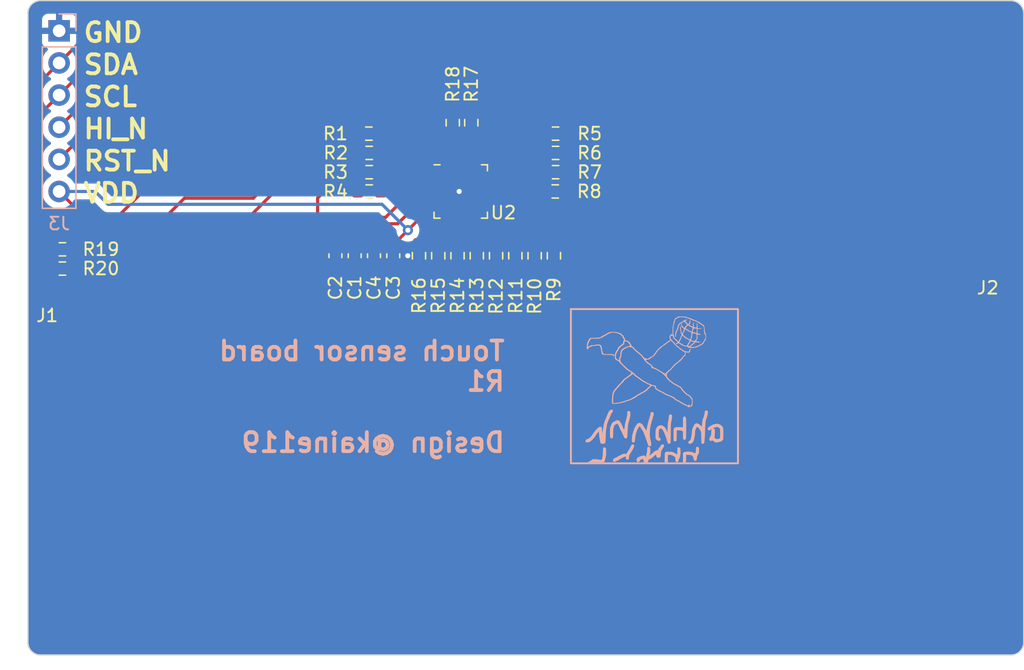
<source format=kicad_pcb>
(kicad_pcb (version 20221018) (generator pcbnew)
  (layers (0 "F.Cu" signal) (31 "B.Cu" signal) (34 "B.Paste" user) (35 "F.Paste" user) (36 "B.SilkS" user "B.Silkscreen") (37 "F.SilkS" user "F.Silkscreen") (38 "B.Mask" user) (39 "F.Mask" user) (44 "Edge.Cuts" user))
  (net 0 "")
  (net 1 "Net-(U2-VCC)")
  (net 2 "GND")
  (net 3 "Net-(U2-CMOD)")
  (net 4 "/SCL")
  (net 5 "/HI_N")
  (net 6 "/RST_N")
  (net 7 "Net-(U2-CS0)")
  (net 8 "Net-(U2-CS1)")
  (net 9 "Net-(U2-CS2)")
  (net 10 "Net-(U2-CS3)")
  (net 11 "Net-(U2-CS4)")
  (net 12 "Net-(U2-CS5)")
  (net 13 "Net-(U2-CS6)")
  (net 14 "Net-(U2-CS7)")
  (net 15 "Net-(U2-CS8)")
  (net 16 "Net-(U2-CS9)")
  (net 17 "Net-(U2-CS10)")
  (net 18 "Net-(U2-CS11)")
  (net 19 "Net-(U2-CS12)")
  (net 20 "Net-(U2-CS13)")
  (net 21 "Net-(U2-CS14)")
  (net 22 "Net-(U2-CS15)")
  (net 23 "/CS12")
  (net 24 "/CS13")
  (net 25 "/CS14")
  (net 26 "/CS15")
  (net 27 "/CS3")
  (net 28 "/CS2")
  (net 29 "/CS1")
  (net 30 "/CS0")
  (net 31 "/CS4")
  (net 32 "/CS5")
  (net 33 "/CS6")
  (net 34 "/CS7")
  (net 35 "/CS8")
  (net 36 "/CS9")
  (net 37 "/CS10")
  (net 38 "/CS11")
  (net 39 "Net-(U2-SDA)")
  (net 40 "Net-(U2-SCL)")
  (net 41 "VDD")
  (net 42 "/SDA")
  (footprint "Resistor_SMD:R_0603_1608Metric_Pad0.98x0.95mm_HandSolder" (layer "F.Cu") (at 145.034 93.193 90)
    (fp_text reference "R9" (at -2.6905 0 90) (layer "F.SilkS"))
    (fp_text value "560")
    (pad "1" smd roundrect (at -0.9125 0 90) (size 0.975 0.95) (layers "F.Cu" "F.Paste" "F.Mask") (net 35 "/CS8"))
    (pad "2" smd roundrect (at 0.9125 0 90) (size 0.975 0.95) (layers "F.Cu" "F.Paste" "F.Mask") (net 15 "Net-(U2-CS8)"))
  )
  (footprint "Resistor_SMD:R_0603_1608Metric_Pad0.98x0.95mm_HandSolder" (layer "F.Cu") (at 143.51 93.193 90)
    (fp_text reference "R10" (at -3.1985 0 90) (layer "F.SilkS"))
    (fp_text value "560")
    (pad "1" smd roundrect (at -0.9125 0 90) (size 0.975 0.95) (layers "F.Cu" "F.Paste" "F.Mask") (net 36 "/CS9"))
    (pad "2" smd roundrect (at 0.9125 0 90) (size 0.975 0.95) (layers "F.Cu" "F.Paste" "F.Mask") (net 16 "Net-(U2-CS9)"))
  )
  (footprint "Capacitor_SMD:C_0603_1608Metric_Pad1.08x0.95mm_HandSolder" (layer "F.Cu") (at 132.334 93.193 -90)
    (fp_text reference "C3" (at 2.54 0 -90) (layer "F.SilkS"))
    (fp_text value "1u")
    (pad "1" smd roundrect (at -0.8625 0 270) (size 1.075 0.95) (layers "F.Cu" "F.Paste" "F.Mask") (net 41 "VDD"))
    (pad "2" smd roundrect (at 0.8625 0 270) (size 1.075 0.95) (layers "F.Cu" "F.Paste" "F.Mask") (net 2 "GND"))
  )
  (footprint "Resistor_SMD:R_0603_1608Metric_Pad0.98x0.95mm_HandSolder" (layer "F.Cu") (at 137.036037 82.679 90)
    (fp_text reference "R18" (at 3.048 0 90) (layer "F.SilkS"))
    (fp_text value "330")
    (pad "1" smd roundrect (at -0.9125 0 90) (size 0.975 0.95) (layers "F.Cu" "F.Paste" "F.Mask") (net 40 "Net-(U2-SCL)"))
    (pad "2" smd roundrect (at 0.9125 0 90) (size 0.975 0.95) (layers "F.Cu" "F.Paste" "F.Mask") (net 4 "/SCL"))
  )
  (footprint "Resistor_SMD:R_0603_1608Metric_Pad0.98x0.95mm_HandSolder" (layer "F.Cu") (at 138.938 93.193 90)
    (fp_text reference "R13" (at -3.1515 0 90) (layer "F.SilkS"))
    (fp_text value "560")
    (pad "1" smd roundrect (at -0.9125 0 90) (size 0.975 0.95) (layers "F.Cu" "F.Paste" "F.Mask") (net 23 "/CS12"))
    (pad "2" smd roundrect (at 0.9125 0 90) (size 0.975 0.95) (layers "F.Cu" "F.Paste" "F.Mask") (net 19 "Net-(U2-CS12)"))
  )
  (footprint "artsfest-touch:CapPad_12Pad_Piano" (layer "F.Cu") (at 103.508037 125.705)
    (fp_text reference "J1" (at 1.465574 -27.786 unlocked) (layer "F.SilkS"))
    (fp_text value "Conn_01x12" hide)
    (pad "1" connect custom (at 4.957574 -9.962426) (size 5 5) (layers "F.Cu" "F.Mask") (net 30 "/CS0") (options (clearance outline) (anchor rect)) (primitives (gr_poly (pts (xy -4 -17) (xy 2 -17) (xy 2 -3) (xy 6 -3) (xy 6 8) (xy -4 8)) (width 0) (fill yes))))
    (pad "2" connect rect (at 10.957574 -20.462426) (size 6 13) (layers "F.Cu" "F.Mask") (net 29 "/CS1"))
    (pad "3" connect custom (at 16.957574 -6.962426) (size 5 5) (layers "F.Cu" "F.Mask") (net 28 "/CS2") (options (clearance outline) (anchor rect)) (primitives (gr_poly (pts (xy -5 -6) (xy -5 5) (xy 5 5) (xy 5 -5.957574) (xy 2 -5.957574) (xy 2 -20) (xy -2 -20) (xy -2 -6)) (width 0) (fill yes))))
    (pad "4" connect rect (at 22.957574 -20.462426) (size 6 13) (layers "F.Cu" "F.Mask") (net 27 "/CS3"))
    (pad "5" connect custom (at 27.957574 -7.022426) (size 5 5) (layers "F.Cu" "F.Mask") (net 26 "/CS15") (options (clearance outline) (anchor rect)) (primitives (gr_poly (pts (xy -5 -6) (xy -5 5.06) (xy 5 5.06) (xy 5 -19.94) (xy -1 -19.94) (xy -1 -6)) (width 0) (fill yes))))
    (pad "6" connect custom (at 40.457574 -6.962426) (size 5 5) (layers "F.Cu" "F.Mask") (net 25 "/CS14") (options (clearance outline) (anchor rect)) (primitives (gr_poly (pts (xy -6.5 5) (xy -6.5 -20) (xy -2.25 -20) (xy -2.25 -6) (xy 3.5 -6) (xy 3.5 5)) (width 0) (fill yes))))
    (pad "7" connect rect (at 42.207574 -20.462426) (size 6 13) (layers "F.Cu" "F.Mask") (net 24 "/CS13"))
    (pad "8" connect custom (at 49.457574 -5.962426) (size 5 5) (layers "F.Cu" "F.Mask") (net 23 "/CS12") (options (clearance outline) (anchor rect)) (primitives (gr_poly (pts (xy -4.5 4) (xy -4.5 -7) (xy -3.25 -7) (xy -3.25 -21) (xy 2.5 -21) (xy 2.5 -7) (xy 6 -7) (xy 6 4)) (width 0) (fill yes))))
    (pad "9" connect rect (at 55.957574 -20.462426) (size 6 13) (layers "F.Cu" "F.Mask") (net 38 "/CS11"))
    (pad "10" connect custom (at 60.957574 -5.962426) (size 5 5) (layers "F.Cu" "F.Mask") (net 37 "/CS10") (options (clearance outline) (anchor rect)) (primitives (gr_poly (pts (xy -4.5 4) (xy -4.5 -7) (xy -1 -7) (xy -1 -21) (xy 4.25 -21) (xy 4.25 -7) (xy 6 -7) (xy 6 4)) (width 0) (fill yes))))
    (pad "11" connect rect (at 69.207574 -20.462426) (size 6 13) (layers "F.Cu" "F.Mask") (net 36 "/CS9"))
    (pad "12" connect custom (at 72.457574 -5.962426) (size 5 5) (layers "F.Cu" "F.Mask") (net 35 "/CS8") (options (clearance outline) (anchor rect)) (primitives (gr_poly (pts (xy -4.5 4) (xy -4.5 -7) (xy 0.75 -7) (xy 0.75 -21) (xy 5 -21) (xy 5 4)) (width 0) (fill yes))))
  )
  (footprint "Resistor_SMD:R_0603_1608Metric_Pad0.98x0.95mm_HandSolder" (layer "F.Cu") (at 130.432037 85.065)
    (fp_text reference "R2" (at -2.6435 0) (layer "F.SilkS"))
    (fp_text value "560")
    (pad "1" smd roundrect (at -0.9125 0) (size 0.975 0.95) (layers "F.Cu" "F.Paste" "F.Mask") (net 29 "/CS1"))
    (pad "2" smd roundrect (at 0.9125 0) (size 0.975 0.95) (layers "F.Cu" "F.Paste" "F.Mask") (net 8 "Net-(U2-CS1)"))
  )
  (footprint "Resistor_SMD:R_0603_1608Metric_Pad0.98x0.95mm_HandSolder" (layer "F.Cu") (at 130.432037 88.113)
    (fp_text reference "R4" (at -2.6585 0.03) (layer "F.SilkS"))
    (fp_text value "560")
    (pad "1" smd roundrect (at -0.9125 0) (size 0.975 0.95) (layers "F.Cu" "F.Paste" "F.Mask") (net 27 "/CS3"))
    (pad "2" smd roundrect (at 0.9125 0) (size 0.975 0.95) (layers "F.Cu" "F.Paste" "F.Mask") (net 10 "Net-(U2-CS3)"))
  )
  (footprint "Capacitor_SMD:C_0603_1608Metric_Pad1.08x0.95mm_HandSolder" (layer "F.Cu") (at 129.286 93.193 -90)
    (fp_text reference "C1" (at 2.54 0 90) (layer "F.SilkS"))
    (fp_text value "0.1u")
    (pad "1" smd roundrect (at -0.8625 0 270) (size 1.075 0.95) (layers "F.Cu" "F.Paste" "F.Mask") (net 1 "Net-(U2-VCC)"))
    (pad "2" smd roundrect (at 0.8625 0 270) (size 1.075 0.95) (layers "F.Cu" "F.Paste" "F.Mask") (net 2 "GND"))
  )
  (footprint "Resistor_SMD:R_0603_1608Metric_Pad0.98x0.95mm_HandSolder" (layer "F.Cu") (at 145.1375 88.113 180)
    (fp_text reference "R8" (at -2.6905 0) (layer "F.SilkS"))
    (fp_text value "560")
    (pad "1" smd roundrect (at -0.9125 0 180) (size 0.975 0.95) (layers "F.Cu" "F.Paste" "F.Mask") (net 34 "/CS7"))
    (pad "2" smd roundrect (at 0.9125 0 180) (size 0.975 0.95) (layers "F.Cu" "F.Paste" "F.Mask") (net 14 "Net-(U2-CS7)"))
  )
  (footprint "Resistor_SMD:R_0603_1608Metric_Pad0.98x0.95mm_HandSolder" (layer "F.Cu") (at 106.178074 94.209 180)
    (fp_text reference "R20" (at -3.048 0) (layer "F.SilkS"))
    (fp_text value "470")
    (pad "1" smd roundrect (at -0.9125 0 180) (size 0.975 0.95) (layers "F.Cu" "F.Paste" "F.Mask") (net 41 "VDD"))
    (pad "2" smd roundrect (at 0.9125 0 180) (size 0.975 0.95) (layers "F.Cu" "F.Paste" "F.Mask") (net 42 "/SDA"))
  )
  (footprint "Capacitor_SMD:C_0603_1608Metric_Pad1.08x0.95mm_HandSolder" (layer "F.Cu") (at 127.762 93.193 -90)
    (fp_text reference "C2" (at 2.54 0 90) (layer "F.SilkS"))
    (fp_text value "2.2n")
    (pad "1" smd roundrect (at -0.8625 0 270) (size 1.075 0.95) (layers "F.Cu" "F.Paste" "F.Mask") (net 3 "Net-(U2-CMOD)"))
    (pad "2" smd roundrect (at 0.8625 0 270) (size 1.075 0.95) (layers "F.Cu" "F.Paste" "F.Mask") (net 2 "GND"))
  )
  (footprint "Resistor_SMD:R_0603_1608Metric_Pad0.98x0.95mm_HandSolder" (layer "F.Cu") (at 138.501611 82.679 90)
    (fp_text reference "R17" (at 3.048 0 90) (layer "F.SilkS"))
    (fp_text value "330")
    (pad "1" smd roundrect (at -0.9125 0 90) (size 0.975 0.95) (layers "F.Cu" "F.Paste" "F.Mask") (net 39 "Net-(U2-SDA)"))
    (pad "2" smd roundrect (at 0.9125 0 90) (size 0.975 0.95) (layers "F.Cu" "F.Paste" "F.Mask") (net 42 "/SDA"))
  )
  (footprint "Resistor_SMD:R_0603_1608Metric_Pad0.98x0.95mm_HandSolder" (layer "F.Cu") (at 145.164037 83.541 180)
    (fp_text reference "R5" (at -2.6905 0) (layer "F.SilkS"))
    (fp_text value "560")
    (pad "1" smd roundrect (at -0.9125 0 180) (size 0.975 0.95) (layers "F.Cu" "F.Paste" "F.Mask") (net 31 "/CS4"))
    (pad "2" smd roundrect (at 0.9125 0 180) (size 0.975 0.95) (layers "F.Cu" "F.Paste" "F.Mask") (net 11 "Net-(U2-CS4)"))
  )
  (footprint "Package_DFN_QFN:QFN-24-1EP_4x4mm_P0.5mm_EP2.6x2.6mm" (layer "F.Cu") (at 137.668 88.113)
    (fp_text reference "U2" (at 3.373611 1.678) (layer "F.SilkS"))
    (fp_text value "CY8CMBR3116")
    (pad "1" smd roundrect (at -1.9375 -1.25) (size 0.825 0.25) (layers "F.Cu" "F.Paste" "F.Mask") (net 7 "Net-(U2-CS0)"))
    (pad "2" smd roundrect (at -1.9375 -0.75) (size 0.825 0.25) (layers "F.Cu" "F.Paste" "F.Mask") (net 8 "Net-(U2-CS1)"))
    (pad "3" smd roundrect (at -1.9375 -0.25) (size 0.825 0.25) (layers "F.Cu" "F.Paste" "F.Mask") (net 9 "Net-(U2-CS2)"))
    (pad "4" smd roundrect (at -1.9375 0.25) (size 0.825 0.25) (layers "F.Cu" "F.Paste" "F.Mask") (net 10 "Net-(U2-CS3)"))
    (pad "5" smd roundrect (at -1.9375 0.75) (size 0.825 0.25) (layers "F.Cu" "F.Paste" "F.Mask") (net 3 "Net-(U2-CMOD)"))
    (pad "6" smd roundrect (at -1.9375 1.25) (size 0.825 0.25) (layers "F.Cu" "F.Paste" "F.Mask") (net 1 "Net-(U2-VCC)"))
    (pad "7" smd roundrect (at -1.25 1.9375) (size 0.25 0.825) (layers "F.Cu" "F.Paste" "F.Mask") (net 41 "VDD"))
    (pad "8" smd roundrect (at -0.75 1.9375) (size 0.25 0.825) (layers "F.Cu" "F.Paste" "F.Mask") (net 2 "GND"))
    (pad "9" smd roundrect (at -0.25 1.9375) (size 0.25 0.825) (layers "F.Cu" "F.Paste" "F.Mask") (net 22 "Net-(U2-CS15)"))
    (pad "10" smd roundrect (at 0.25 1.9375) (size 0.25 0.825) (layers "F.Cu" "F.Paste" "F.Mask") (net 21 "Net-(U2-CS14)"))
    (pad "11" smd roundrect (at 0.75 1.9375) (size 0.25 0.825) (layers "F.Cu" "F.Paste" "F.Mask") (net 20 "Net-(U2-CS13)"))
    (pad "12" smd roundrect (at 1.25 1.9375) (size 0.25 0.825) (layers "F.Cu" "F.Paste" "F.Mask") (net 19 "Net-(U2-CS12)"))
    (pad "13" smd roundrect (at 1.9375 1.25) (size 0.825 0.25) (layers "F.Cu" "F.Paste" "F.Mask") (net 18 "Net-(U2-CS11)"))
    (pad "14" smd roundrect (at 1.9375 0.75) (size 0.825 0.25) (layers "F.Cu" "F.Paste" "F.Mask") (net 17 "Net-(U2-CS10)"))
    (pad "15" smd roundrect (at 1.9375 0.25) (size 0.825 0.25) (layers "F.Cu" "F.Paste" "F.Mask") (net 16 "Net-(U2-CS9)"))
    (pad "16" smd roundrect (at 1.9375 -0.25) (size 0.825 0.25) (layers "F.Cu" "F.Paste" "F.Mask") (net 15 "Net-(U2-CS8)"))
    (pad "17" smd roundrect (at 1.9375 -0.75) (size 0.825 0.25) (layers "F.Cu" "F.Paste" "F.Mask") (net 14 "Net-(U2-CS7)"))
    (pad "18" smd roundrect (at 1.9375 -1.25) (size 0.825 0.25) (layers "F.Cu" "F.Paste" "F.Mask") (net 13 "Net-(U2-CS6)"))
    (pad "19" smd roundrect (at 1.25 -1.9375) (size 0.25 0.825) (layers "F.Cu" "F.Paste" "F.Mask") (net 12 "Net-(U2-CS5)"))
    (pad "20" smd roundrect (at 0.75 -1.9375) (size 0.25 0.825) (layers "F.Cu" "F.Paste" "F.Mask") (net 11 "Net-(U2-CS4)"))
    (pad "21" smd roundrect (at 0.25 -1.9375) (size 0.25 0.825) (layers "F.Cu" "F.Paste" "F.Mask") (net 39 "Net-(U2-SDA)"))
    (pad "22" smd roundrect (at -0.25 -1.9375) (size 0.25 0.825) (layers "F.Cu" "F.Paste" "F.Mask") (net 40 "Net-(U2-SCL)"))
    (pad "23" smd roundrect (at -0.75 -1.9375) (size 0.25 0.825) (layers "F.Cu" "F.Paste" "F.Mask") (net 5 "/HI_N"))
    (pad "24" smd roundrect (at -1.25 -1.9375) (size 0.25 0.825) (layers "F.Cu" "F.Paste" "F.Mask") (net 6 "/RST_N"))
    (pad "25" smd rect (at 0 0) (size 2.6 2.6) (layers "F.Cu" "F.Mask") (net 2 "GND"))
  )
  (footprint "Resistor_SMD:R_0603_1608Metric_Pad0.98x0.95mm_HandSolder" (layer "F.Cu") (at 145.164037 86.589 180)
    (fp_text reference "R7" (at -2.6905 0) (layer "F.SilkS"))
    (fp_text value "560")
    (pad "1" smd roundrect (at -0.9125 0 180) (size 0.975 0.95) (layers "F.Cu" "F.Paste" "F.Mask") (net 33 "/CS6"))
    (pad "2" smd roundrect (at 0.9125 0 180) (size 0.975 0.95) (layers "F.Cu" "F.Paste" "F.Mask") (net 13 "Net-(U2-CS6)"))
  )
  (footprint "Resistor_SMD:R_0603_1608Metric_Pad0.98x0.95mm_HandSolder" (layer "F.Cu") (at 137.414 93.193 90)
    (fp_text reference "R14" (at -3.1515 0 90) (layer "F.SilkS"))
    (fp_text value "560")
    (pad "1" smd roundrect (at -0.9125 0 90) (size 0.975 0.95) (layers "F.Cu" "F.Paste" "F.Mask") (net 24 "/CS13"))
    (pad "2" smd roundrect (at 0.9125 0 90) (size 0.975 0.95) (layers "F.Cu" "F.Paste" "F.Mask") (net 20 "Net-(U2-CS13)"))
  )
  (footprint "Resistor_SMD:R_0603_1608Metric_Pad0.98x0.95mm_HandSolder" (layer "F.Cu") (at 134.366 93.193 90)
    (fp_text reference "R16" (at -3.1515 0 90) (layer "F.SilkS"))
    (fp_text value "560")
    (pad "1" smd roundrect (at -0.9125 0 90) (size 0.975 0.95) (layers "F.Cu" "F.Paste" "F.Mask") (net 26 "/CS15"))
    (pad "2" smd roundrect (at 0.9125 0 90) (size 0.975 0.95) (layers "F.Cu" "F.Paste" "F.Mask") (net 22 "Net-(U2-CS15)"))
  )
  (footprint "Resistor_SMD:R_0603_1608Metric_Pad0.98x0.95mm_HandSolder" (layer "F.Cu") (at 130.4055 83.541)
    (fp_text reference "R1" (at -2.6435 0) (layer "F.SilkS"))
    (fp_text value "560")
    (pad "1" smd roundrect (at -0.9125 0) (size 0.975 0.95) (layers "F.Cu" "F.Paste" "F.Mask") (net 30 "/CS0"))
    (pad "2" smd roundrect (at 0.9125 0) (size 0.975 0.95) (layers "F.Cu" "F.Paste" "F.Mask") (net 7 "Net-(U2-CS0)"))
  )
  (footprint "Resistor_SMD:R_0603_1608Metric_Pad0.98x0.95mm_HandSolder" (layer "F.Cu") (at 141.986 93.193 90)
    (fp_text reference "R11" (at -3.1515 0.03 90) (layer "F.SilkS"))
    (fp_text value "560")
    (pad "1" smd roundrect (at -0.9125 0 90) (size 0.975 0.95) (layers "F.Cu" "F.Paste" "F.Mask") (net 37 "/CS10"))
    (pad "2" smd roundrect (at 0.9125 0 90) (size 0.975 0.95) (layers "F.Cu" "F.Paste" "F.Mask") (net 17 "Net-(U2-CS10)"))
  )
  (footprint "Capacitor_SMD:C_0603_1608Metric_Pad1.08x0.95mm_HandSolder" (layer "F.Cu") (at 130.81 93.193 -90)
    (fp_text reference "C4" (at 2.54 0 90) (layer "F.SilkS"))
    (fp_text value "0.1u")
    (pad "1" smd roundrect (at -0.8625 0 270) (size 1.075 0.95) (layers "F.Cu" "F.Paste" "F.Mask") (net 41 "VDD"))
    (pad "2" smd roundrect (at 0.8625 0 270) (size 1.075 0.95) (layers "F.Cu" "F.Paste" "F.Mask") (net 2 "GND"))
  )
  (footprint "artsfest-touch:CapPad_4Pad_test" (layer "F.Cu") (at 170.186074 83.997426)
    (fp_text reference "J2" (at 9.144 11.735574 unlocked) (layer "F.SilkS"))
    (fp_text value "Conn_01x04")
    (pad "1" connect rect (at -5.542426 -5.462426) (size 10 10) (layers "F.Cu" "F.Mask") (net 31 "/CS4"))
    (pad "2" connect rect (at 5.457574 -5.462426) (size 10 10) (layers "F.Cu" "F.Mask") (net 32 "/CS5"))
    (pad "3" connect rect (at -5.542426 5.537574) (size 10 10) (layers "F.Cu" "F.Mask") (net 33 "/CS6"))
    (pad "4" connect rect (at 5.457574 5.537574) (size 10 10) (layers "F.Cu" "F.Mask") (net 34 "/CS7"))
  )
  (footprint "Resistor_SMD:R_0603_1608Metric_Pad0.98x0.95mm_HandSolder" (layer "F.Cu") (at 135.89 93.193 90)
    (fp_text reference "R15" (at -3.1515 0 90) (layer "F.SilkS"))
    (fp_text value "560")
    (pad "1" smd roundrect (at -0.9125 0 90) (size 0.975 0.95) (layers "F.Cu" "F.Paste" "F.Mask") (net 25 "/CS14"))
    (pad "2" smd roundrect (at 0.9125 0 90) (size 0.975 0.95) (layers "F.Cu" "F.Paste" "F.Mask") (net 21 "Net-(U2-CS14)"))
  )
  (footprint "Resistor_SMD:R_0603_1608Metric_Pad0.98x0.95mm_HandSolder" (layer "F.Cu") (at 145.164037 85.065 180)
    (fp_text reference "R6" (at -2.6905 0) (layer "F.SilkS"))
    (fp_text value "560")
    (pad "1" smd roundrect (at -0.9125 0 180) (size 0.975 0.95) (layers "F.Cu" "F.Paste" "F.Mask") (net 32 "/CS5"))
    (pad "2" smd roundrect (at 0.9125 0 180) (size 0.975 0.95) (layers "F.Cu" "F.Paste" "F.Mask") (net 12 "Net-(U2-CS5)"))
  )
  (footprint "Resistor_SMD:R_0603_1608Metric_Pad0.98x0.95mm_HandSolder" (layer "F.Cu") (at 106.178074 92.685 180)
    (fp_text reference "R19" (at -3.048 0) (layer "F.SilkS"))
    (fp_text value "470")
    (pad "1" smd roundrect (at -0.9125 0 180) (size 0.975 0.95) (layers "F.Cu" "F.Paste" "F.Mask") (net 41 "VDD"))
    (pad "2" smd roundrect (at 0.9125 0 180) (size 0.975 0.95) (layers "F.Cu" "F.Paste" "F.Mask") (net 4 "/SCL"))
  )
  (footprint "Resistor_SMD:R_0603_1608Metric_Pad0.98x0.95mm_HandSolder" (layer "F.Cu") (at 130.432037 86.589)
    (fp_text reference "R3" (at -2.6585 0) (layer "F.SilkS"))
    (fp_text value "560")
    (pad "1" smd roundrect (at -0.9125 0) (size 0.975 0.95) (layers "F.Cu" "F.Paste" "F.Mask") (net 28 "/CS2"))
    (pad "2" smd roundrect (at 0.9125 0) (size 0.975 0.95) (layers "F.Cu" "F.Paste" "F.Mask") (net 9 "Net-(U2-CS2)"))
  )
  (footprint "Resistor_SMD:R_0603_1608Metric_Pad0.98x0.95mm_HandSolder" (layer "F.Cu") (at 140.462 93.193 90)
    (fp_text reference "R12" (at -3.1985 0 90) (layer "F.SilkS"))
    (fp_text value "560")
    (pad "1" smd roundrect (at -0.9125 0 90) (size 0.975 0.95) (layers "F.Cu" "F.Paste" "F.Mask") (net 38 "/CS11"))
    (pad "2" smd roundrect (at 0.9125 0 90) (size 0.975 0.95) (layers "F.Cu" "F.Paste" "F.Mask") (net 18 "Net-(U2-CS11)"))
  )
  (footprint "Connector_PinHeader_2.54mm:PinHeader_1x06_P2.54mm_Vertical" (layer "B.Cu") (at 105.918 75.413 180)
    (fp_text reference "J3" (at 0 -15.24) (layer "B.SilkS") (effects (justify mirror)))
    (fp_text value "Conn_01x06")
    (pad "1" thru_hole rect (at 0 0 180) (size 1.7 1.7) (drill 1) (layers "*.Cu" "*.Mask") (net 2 "GND"))
    (pad "2" thru_hole oval (at 0 -2.54 180) (size 1.7 1.7) (drill 1) (layers "*.Cu" "*.Mask") (net 42 "/SDA"))
    (pad "3" thru_hole oval (at 0 -5.08 180) (size 1.7 1.7) (drill 1) (layers "*.Cu" "*.Mask") (net 4 "/SCL"))
    (pad "4" thru_hole oval (at 0 -7.62 180) (size 1.7 1.7) (drill 1) (layers "*.Cu" "*.Mask") (net 5 "/HI_N"))
    (pad "5" thru_hole oval (at 0 -10.16 180) (size 1.7 1.7) (drill 1) (layers "*.Cu" "*.Mask") (net 6 "/RST_N"))
    (pad "6" thru_hole oval (at 0 -12.7 180) (size 1.7 1.7) (drill 1) (layers "*.Cu" "*.Mask") (net 41 "VDD"))
  )
  (footprint "LOGO" (layer "B.Cu") (at 152.765882 103.121932 180)
    (fp_text reference "G***" hide)
    (fp_text value "LOGO" hide)
  )
  (gr_rect (start 146.375611 97.411) (end 159.583611 109.603) (stroke (width 0.15)) (fill none) (layer "B.SilkS"))
  (gr_line (start 104.449611 73.027) (end 181.167648 73.027) (stroke (width 0.1)) (layer "Edge.Cuts"))
  (gr_arc (start 181.167648 73.027) (mid 181.874755 73.319893) (end 182.167648 74.027) (stroke (width 0.1)) (layer "Edge.Cuts"))
  (gr_line (start 103.449611 123.758574) (end 103.449611 74.027) (stroke (width 0.1)) (layer "Edge.Cuts"))
  (gr_arc (start 104.449611 124.758574) (mid 103.742504 124.465681) (end 103.449611 123.758574) (stroke (width 0.1)) (layer "Edge.Cuts"))
  (gr_line (start 182.167648 74.027) (end 182.167648 123.758574) (stroke (width 0.1)) (layer "Edge.Cuts"))
  (gr_arc (start 182.167648 123.758574) (mid 181.874767 124.465715) (end 181.167648 124.758574) (stroke (width 0.1)) (layer "Edge.Cuts"))
  (gr_line (start 181.167648 124.758574) (end 104.449611 124.758574) (stroke (width 0.1)) (layer "Edge.Cuts"))
  (gr_arc (start 103.449611 74.027) (mid 103.742505 73.319897) (end 104.449611 73.027) (stroke (width 0.1)) (layer "Edge.Cuts"))
  (gr_text "Touch sensor board\nR1\n\nDesign @kaine119" (at 141.295611 108.841) (layer "B.SilkS") (effects (font (size 1.5 1.5) (thickness 0.3) bold) (justify left bottom mirror)))
  (gr_text "SDA" (at 107.702074 78.969) (layer "F.SilkS") (effects (font (size 1.5 1.5) (thickness 0.3) bold) (justify left bottom)))
  (gr_text "GND" (at 107.702074 76.429) (layer "F.SilkS") (effects (font (size 1.5 1.5) (thickness 0.3) bold) (justify left bottom)))
  (gr_text "RST_N" (at 107.702074 86.589) (layer "F.SilkS") (effects (font (size 1.5 1.5) (thickness 0.3) bold) (justify left bottom)))
  (gr_text "SCL" (at 107.702074 81.509) (layer "F.SilkS") (effects (font (size 1.5 1.5) (thickness 0.3) bold) (justify left bottom)))
  (gr_text "HI_N" (at 107.702074 84.049) (layer "F.SilkS") (effects (font (size 1.5 1.5) (thickness 0.3) bold) (justify left bottom)))
  (gr_text "VDD" (at 107.702074 89.129) (layer "F.SilkS") (effects (font (size 1.5 1.5) (thickness 0.3) bold) (justify left bottom)))
  (segment (start 130.951769 90.664732) (end 132.686305 90.664732) (width 0.25) (layer "F.Cu") (net 1))
  (segment (start 132.686305 90.664732) (end 133.988037 89.363) (width 0.25) (layer "F.Cu") (net 1))
  (segment (start 133.988037 89.363) (end 135.7305 89.363) (width 0.25) (layer "F.Cu") (net 1))
  (segment (start 129.286 92.3305) (end 130.951769 90.664732) (width 0.25) (layer "F.Cu") (net 1))
  (segment (start 132.334 94.0555) (end 132.617537 94.0555) (width 0.25) (layer "F.Cu") (net 2))
  (segment (start 136.918 90.0505) (end 136.918 88.863) (width 0.25) (layer "F.Cu") (net 2))
  (segment (start 132.617537 94.0555) (end 133.480037 93.193) (width 0.25) (layer "F.Cu") (net 2))
  (segment (start 127.762 94.0555) (end 132.4875 94.0555) (width 0.25) (layer "F.Cu") (net 2))
  (segment (start 136.918 88.863) (end 137.668 88.113) (width 0.25) (layer "F.Cu") (net 2))
  (segment (start 137.668 88.113) (end 137.544037 88.113) (width 0.25) (layer "F.Cu") (net 2))
  (via (at 133.480037 93.193) (size 0.8) (drill 0.4) (layers "F.Cu" "B.Cu") (net 2))
  (via (at 137.544037 88.113) (size 0.8) (drill 0.4) (layers "F.Cu" "B.Cu") (net 2))
  (segment (start 129.935769 90.156732) (end 131.728305 90.156732) (width 0.25) (layer "F.Cu") (net 3))
  (segment (start 135.6805 88.913) (end 135.7305 88.863) (width 0.25) (layer "F.Cu") (net 3))
  (segment (start 132.972037 88.913) (end 135.6805 88.913) (width 0.25) (layer "F.Cu") (net 3))
  (segment (start 127.762 92.3305) (end 129.935769 90.156732) (width 0.25) (layer "F.Cu") (net 3))
  (segment (start 131.728305 90.156732) (end 132.972037 88.913) (width 0.25) (layer "F.Cu") (net 3))
  (segment (start 137.036037 81.7665) (end 137.036037 78.461) (width 0.25) (layer "F.Cu") (net 4))
  (segment (start 137.036037 78.461) (end 135.004037 76.429) (width 0.25) (layer "F.Cu") (net 4))
  (segment (start 105.265574 92.685) (end 104.394 91.813426) (width 0.25) (layer "F.Cu") (net 4))
  (segment (start 135.004037 76.429) (end 109.982 76.429) (width 0.25) (layer "F.Cu") (net 4))
  (segment (start 109.982 76.429) (end 105.918 80.493) (width 0.25) (layer "F.Cu") (net 4))
  (segment (start 104.394 91.813426) (end 104.394 82.017) (width 0.25) (layer "F.Cu") (net 4))
  (segment (start 104.394 82.017) (end 105.918 80.493) (width 0.25) (layer "F.Cu") (net 4))
  (segment (start 128.695611 77.445) (end 136.918 85.667389) (width 0.25) (layer "F.Cu") (net 5))
  (segment (start 136.918 85.667389) (end 136.918 86.1755) (width 0.25) (layer "F.Cu") (net 5))
  (segment (start 111.506 77.445) (end 128.695611 77.445) (width 0.25) (layer "F.Cu") (net 5))
  (segment (start 105.918 83.033) (end 111.506 77.445) (width 0.25) (layer "F.Cu") (net 5))
  (segment (start 128.187611 77.953) (end 136.410111 86.1755) (width 0.25) (layer "F.Cu") (net 6))
  (segment (start 105.918 85.573) (end 113.538 77.953) (width 0.25) (layer "F.Cu") (net 6))
  (segment (start 136.410111 86.1755) (end 136.418 86.1755) (width 0.25) (layer "F.Cu") (net 6))
  (segment (start 113.538 77.953) (end 128.187611 77.953) (width 0.25) (layer "F.Cu") (net 6))
  (segment (start 131.318 83.541) (end 132.4085 83.541) (width 0.25) (layer "F.Cu") (net 7))
  (segment (start 132.4085 83.541) (end 135.7305 86.863) (width 0.25) (layer "F.Cu") (net 7))
  (segment (start 131.344537 85.065) (end 133.642537 87.363) (width 0.25) (layer "F.Cu") (net 8))
  (segment (start 133.642537 87.363) (end 135.7305 87.363) (width 0.25) (layer "F.Cu") (net 8))
  (segment (start 131.344537 86.589) (end 132.618537 87.863) (width 0.25) (layer "F.Cu") (net 9))
  (segment (start 132.618537 87.863) (end 135.7305 87.863) (width 0.25) (layer "F.Cu") (net 9))
  (segment (start 131.344537 88.113) (end 131.594537 88.363) (width 0.25) (layer "F.Cu") (net 10))
  (segment (start 131.594537 88.363) (end 135.7305 88.363) (width 0.25) (layer "F.Cu") (net 10))
  (segment (start 139.009611 84.711) (end 138.418 85.302611) (width 0.25) (layer "F.Cu") (net 11))
  (segment (start 143.081537 84.711) (end 139.009611 84.711) (width 0.25) (layer "F.Cu") (net 11))
  (segment (start 138.418 85.302611) (end 138.418 86.1755) (width 0.25) (layer "F.Cu") (net 11))
  (segment (start 144.251537 83.541) (end 143.081537 84.711) (width 0.25) (layer "F.Cu") (net 11))
  (segment (start 144.251537 85.065) (end 144.155537 85.161) (width 0.25) (layer "F.Cu") (net 12))
  (segment (start 144.155537 85.161) (end 139.480037 85.161) (width 0.25) (layer "F.Cu") (net 12))
  (segment (start 139.480037 85.161) (end 138.918 85.723037) (width 0.25) (layer "F.Cu") (net 12))
  (segment (start 138.918 85.723037) (end 138.918 86.1755) (width 0.25) (layer "F.Cu") (net 12))
  (segment (start 141.100037 86.589) (end 140.826037 86.863) (width 0.25) (layer "F.Cu") (net 13))
  (segment (start 144.251537 86.589) (end 141.100037 86.589) (width 0.25) (layer "F.Cu") (net 13))
  (segment (start 140.826037 86.863) (end 139.6055 86.863) (width 0.25) (layer "F.Cu") (net 13))
  (segment (start 140.475196 87.363) (end 139.6055 87.363) (width 0.25) (layer "F.Cu") (net 14))
  (segment (start 144.225 88.113) (end 141.225196 88.113) (width 0.25) (layer "F.Cu") (net 14))
  (segment (start 141.225196 88.113) (end 140.475196 87.363) (width 0.25) (layer "F.Cu") (net 14))
  (segment (start 145.034 92.2805) (end 141.382987 88.629487) (width 0.25) (layer "F.Cu") (net 15))
  (segment (start 141.105287 88.629487) (end 140.3388 87.863) (width 0.25) (layer "F.Cu") (net 15))
  (segment (start 141.382987 88.629487) (end 141.105287 88.629487) (width 0.25) (layer "F.Cu") (net 15))
  (segment (start 140.3388 87.863) (end 139.6055 87.863) (width 0.25) (layer "F.Cu") (net 15))
  (segment (start 140.302404 88.463) (end 140.166008 88.463) (width 0.25) (layer "F.Cu") (net 16))
  (segment (start 143.51 91.670596) (end 140.302404 88.463) (width 0.25) (layer "F.Cu") (net 16))
  (segment (start 140.166008 88.463) (end 140.066008 88.363) (width 0.25) (layer "F.Cu") (net 16))
  (segment (start 143.51 92.2805) (end 143.51 91.670596) (width 0.25) (layer "F.Cu") (net 16))
  (segment (start 140.066008 88.363) (end 139.6055 88.363) (width 0.25) (layer "F.Cu") (net 16))
  (segment (start 141.986 90.782992) (end 140.116008 88.913) (width 0.25) (layer "F.Cu") (net 17))
  (segment (start 141.986 92.2805) (end 141.986 90.782992) (width 0.25) (layer "F.Cu") (net 17))
  (segment (start 139.6555 88.913) (end 139.6055 88.863) (width 0.25) (layer "F.Cu") (net 17))
  (segment (start 140.116008 88.913) (end 139.6555 88.913) (width 0.25) (layer "F.Cu") (net 17))
  (segment (start 140.462 90.2195) (end 139.6055 89.363) (width 0.25) (layer "F.Cu") (net 18))
  (segment (start 140.462 92.2805) (end 140.462 90.2195) (width 0.25) (layer "F.Cu") (net 18))
  (segment (start 138.938 92.2805) (end 138.938 90.0705) (width 0.25) (layer "F.Cu") (net 19))
  (segment (start 138.938 90.0705) (end 138.918 90.0505) (width 0.25) (layer "F.Cu") (net 19))
  (segment (start 137.414 92.2805) (end 138.418 91.2765) (width 0.25) (layer "F.Cu") (net 20))
  (segment (start 138.418 91.2765) (end 138.418 90.0505) (width 0.25) (layer "F.Cu") (net 20))
  (segment (start 137.918 90.747404) (end 137.918 90.0505) (width 0.25) (layer "F.Cu") (net 21))
  (segment (start 135.89 92.2805) (end 136.9325 91.238) (width 0.25) (layer "F.Cu") (net 21))
  (segment (start 136.9325 91.238) (end 137.427404 91.238) (width 0.25) (layer "F.Cu") (net 21))
  (segment (start 137.427404 91.238) (end 137.918 90.747404) (width 0.25) (layer "F.Cu") (net 21))
  (segment (start 135.09 91.797505) (end 136.099505 90.788) (width 0.25) (layer "F.Cu") (net 22))
  (segment (start 137.241008 90.788) (end 137.418 90.611008) (width 0.25) (layer "F.Cu") (net 22))
  (segment (start 135.09 93.0045) (end 135.09 91.797505) (width 0.25) (layer "F.Cu") (net 22))
  (segment (start 137.418 90.611008) (end 137.418 90.0505) (width 0.25) (layer "F.Cu") (net 22))
  (segment (start 134.366 92.2805) (end 135.09 93.0045) (width 0.25) (layer "F.Cu") (net 22))
  (segment (start 136.099505 90.788) (end 137.241008 90.788) (width 0.25) (layer "F.Cu") (net 22))
  (segment (start 152.854074 119.631037) (end 152.854074 98.851037) (width 0.25) (layer "F.Cu") (net 23))
  (segment (start 138.938 96.749) (end 138.938 94.1055) (width 0.25) (layer "F.Cu") (net 23))
  (segment (start 152.965611 119.742574) (end 152.854074 119.631037) (width 0.25) (layer "F.Cu") (net 23))
  (segment (start 139.954 97.765) (end 138.938 96.749) (width 0.25) (layer "F.Cu") (net 23))
  (segment (start 152.854074 98.851037) (end 151.768037 97.765) (width 0.25) (layer "F.Cu") (net 23))
  (segment (start 151.768037 97.765) (end 139.954 97.765) (width 0.25) (layer "F.Cu") (net 23))
  (segment (start 145.715611 105.242574) (end 145.604074 105.131037) (width 0.25) (layer "F.Cu") (net 24))
  (segment (start 139.576037 98.273) (end 137.414 96.110963) (width 0.25) (layer "F.Cu") (net 24))
  (segment (start 137.414 96.110963) (end 137.414 94.1055) (width 0.25) (layer "F.Cu") (net 24))
  (segment (start 145.604074 105.131037) (end 145.604074 99.221037) (width 0.25) (layer "F.Cu") (net 24))
  (segment (start 145.604074 99.221037) (end 144.656037 98.273) (width 0.25) (layer "F.Cu") (net 24))
  (segment (start 144.656037 98.273) (end 139.576037 98.273) (width 0.25) (layer "F.Cu") (net 24))
  (segment (start 139.065 98.777963) (end 135.89 95.602963) (width 0.25) (layer "F.Cu") (net 25))
  (segment (start 139.859648 118.742574) (end 139.065 117.947926) (width 0.25) (layer "F.Cu") (net 25))
  (segment (start 135.89 95.602963) (end 135.89 94.1055) (width 0.25) (layer "F.Cu") (net 25))
  (segment (start 143.965611 118.742574) (end 139.859648 118.742574) (width 0.25) (layer "F.Cu") (net 25))
  (segment (start 139.065 117.947926) (end 139.065 98.777963) (width 0.25) (layer "F.Cu") (net 25))
  (segment (start 132.334 117.814185) (end 131.465611 118.682574) (width 0.25) (layer "F.Cu") (net 26))
  (segment (start 134.366 94.1055) (end 134.366 96.879037) (width 0.25) (layer "F.Cu") (net 26))
  (segment (start 132.334 98.911037) (end 132.334 117.814185) (width 0.25) (layer "F.Cu") (net 26))
  (segment (start 134.366 96.879037) (end 132.334 98.911037) (width 0.25) (layer "F.Cu") (net 26))
  (segment (start 126.876037 88.113) (end 126.354074 88.634963) (width 0.25) (layer "F.Cu") (net 27))
  (segment (start 129.519537 88.113) (end 126.876037 88.113) (width 0.25) (layer "F.Cu") (net 27))
  (segment (start 126.354074 105.131037) (end 126.465611 105.242574) (width 0.25) (layer "F.Cu") (net 27))
  (segment (start 126.354074 88.634963) (end 126.354074 105.131037) (width 0.25) (layer "F.Cu") (net 27))
  (segment (start 129.519537 86.589) (end 124.485 86.589) (width 0.25) (layer "F.Cu") (net 28))
  (segment (start 120.354074 90.719926) (end 120.354074 118.631037) (width 0.25) (layer "F.Cu") (net 28))
  (segment (start 120.354074 118.631037) (end 120.465611 118.742574) (width 0.25) (layer "F.Cu") (net 28))
  (segment (start 124.485 86.589) (end 120.354074 90.719926) (width 0.25) (layer "F.Cu") (net 28))
  (segment (start 114.465611 105.242574) (end 114.354074 105.131037) (width 0.25) (layer "F.Cu") (net 29))
  (segment (start 115.824 88.646) (end 121.263037 88.646) (width 0.25) (layer "F.Cu") (net 29))
  (segment (start 124.844037 85.065) (end 129.519537 85.065) (width 0.25) (layer "F.Cu") (net 29))
  (segment (start 114.354074 105.131037) (end 114.354074 90.115926) (width 0.25) (layer "F.Cu") (net 29))
  (segment (start 121.263037 88.646) (end 124.844037 85.065) (width 0.25) (layer "F.Cu") (net 29))
  (segment (start 114.354074 90.115926) (end 115.824 88.646) (width 0.25) (layer "F.Cu") (net 29))
  (segment (start 125.352037 83.541) (end 129.493 83.541) (width 0.25) (layer "F.Cu") (net 30))
  (segment (start 108.465611 115.742574) (end 108.354074 115.631037) (width 0.25) (layer "F.Cu") (net 30))
  (segment (start 108.354074 115.631037) (end 108.354074 92.305926) (width 0.25) (layer "F.Cu") (net 30))
  (segment (start 108.354074 92.305926) (end 113.538 87.122) (width 0.25) (layer "F.Cu") (net 30))
  (segment (start 121.771037 87.122) (end 125.352037 83.541) (width 0.25) (layer "F.Cu") (net 30))
  (segment (start 113.538 87.122) (end 121.771037 87.122) (width 0.25) (layer "F.Cu") (net 30))
  (segment (start 149.631 83.541) (end 154.637 78.535) (width 0.25) (layer "F.Cu") (net 31))
  (segment (start 146.076537 83.541) (end 149.631 83.541) (width 0.25) (layer "F.Cu") (net 31))
  (segment (start 154.637 78.535) (end 164.643648 78.535) (width 0.25) (layer "F.Cu") (net 31))
  (segment (start 175.643648 78.535) (end 170.157861 84.020787) (width 0.25) (layer "F.Cu") (net 32))
  (segment (start 170.157861 84.020787) (end 150.675213 84.020787) (width 0.25) (layer "F.Cu") (net 32))
  (segment (start 150.675213 84.020787) (end 149.631 85.065) (width 0.25) (layer "F.Cu") (net 32))
  (segment (start 149.631 85.065) (end 146.076537 85.065) (width 0.25) (layer "F.Cu") (net 32))
  (segment (start 153.422074 90.17) (end 149.657537 90.17) (width 0.25) (layer "F.Cu") (net 33))
  (segment (start 164.643648 89.535) (end 154.057074 89.535) (width 0.25) (layer "F.Cu") (net 33))
  (segment (start 149.657537 90.17) (end 146.076537 86.589) (width 0.25) (layer "F.Cu") (net 33))
  (segment (start 154.057074 89.535) (end 153.422074 90.17) (width 0.25) (layer "F.Cu") (net 33))
  (segment (start 146.05 91.694) (end 149.697 95.341) (width 0.25) (layer "F.Cu") (net 34))
  (segment (start 175.643648 94.785) (end 175.643648 89.535) (width 0.25) (layer "F.Cu") (net 34))
  (segment (start 175.087648 95.341) (end 175.643648 94.785) (width 0.25) (layer "F.Cu") (net 34))
  (segment (start 146.05 88.113) (end 146.05 91.694) (width 0.25) (layer "F.Cu") (net 34))
  (segment (start 149.697 95.341) (end 175.087648 95.341) (width 0.25) (layer "F.Cu") (net 34))
  (segment (start 146.7195 95.791) (end 175.702037 95.791) (width 0.25) (layer "F.Cu") (net 35))
  (segment (start 145.034 94.1055) (end 146.7195 95.791) (width 0.25) (layer "F.Cu") (net 35))
  (segment (start 175.702037 95.791) (end 178.184037 98.273) (width 0.25) (layer "F.Cu") (net 35))
  (segment (start 178.184037 117.524148) (end 175.965611 119.742574) (width 0.25) (layer "F.Cu") (net 35))
  (segment (start 178.184037 98.273) (end 178.184037 117.524148) (width 0.25) (layer "F.Cu") (net 35))
  (segment (start 143.51 95.602963) (end 143.51 94.1055) (width 0.25) (layer "F.Cu") (net 36))
  (segment (start 171.580037 96.241) (end 144.148037 96.241) (width 0.25) (layer "F.Cu") (net 36))
  (segment (start 144.148037 96.241) (end 143.51 95.602963) (width 0.25) (layer "F.Cu") (net 36))
  (segment (start 172.715611 105.242574) (end 172.604074 105.131037) (width 0.25) (layer "F.Cu") (net 36))
  (segment (start 172.604074 97.265037) (end 171.580037 96.241) (width 0.25) (layer "F.Cu") (net 36))
  (segment (start 172.604074 105.131037) (end 172.604074 97.265037) (width 0.25) (layer "F.Cu") (net 36))
  (segment (start 163.452037 96.749) (end 142.624037 96.749) (width 0.25) (layer "F.Cu") (net 37))
  (segment (start 141.986 96.110963) (end 141.986 94.1055) (width 0.25) (layer "F.Cu") (net 37))
  (segment (start 164.465611 119.742574) (end 164.354074 119.631037) (width 0.25) (layer "F.Cu") (net 37))
  (segment (start 164.354074 97.651037) (end 163.452037 96.749) (width 0.25) (layer "F.Cu") (net 37))
  (segment (start 164.354074 119.631037) (end 164.354074 97.651037) (width 0.25) (layer "F.Cu") (net 37))
  (segment (start 142.624037 96.749) (end 141.986 96.110963) (width 0.25) (layer "F.Cu") (net 37))
  (segment (start 158.880037 97.257) (end 141.478 97.257) (width 0.25) (layer "F.Cu") (net 38))
  (segment (start 159.354074 97.731037) (end 158.880037 97.257) (width 0.25) (layer "F.Cu") (net 38))
  (segment (start 140.462 96.241) (end 140.462 94.1055) (width 0.25) (layer "F.Cu") (net 38))
  (segment (start 159.465611 105.242574) (end 159.354074 105.131037) (width 0.25) (layer "F.Cu") (net 38))
  (segment (start 141.478 97.257) (end 140.462 96.241) (width 0.25) (layer "F.Cu") (net 38))
  (segment (start 159.354074 105.131037) (end 159.354074 97.731037) (width 0.25) (layer "F.Cu") (net 38))
  (segment (start 137.918 84.175111) (end 137.918 86.1755) (width 0.25) (layer "F.Cu") (net 39))
  (segment (start 138.501611 83.5915) (end 137.918 84.175111) (width 0.25) (layer "F.Cu") (net 39))
  (segment (start 137.414 83.969463) (end 137.036037 83.5915) (width 0.25) (layer "F.Cu") (net 40))
  (segment (start 137.414 86.1715) (end 137.414 83.969463) (width 0.25) (layer "F.Cu") (net 40))
  (segment (start 137.418 86.1755) (end 137.414 86.1715) (width 0.25) (layer "F.Cu") (net 40))
  (segment (start 134.614 90.0505) (end 136.418 90.0505) (width 0.25) (layer "F.Cu") (net 41))
  (segment (start 107.090574 94.209) (end 107.090574 89.285574) (width 0.25) (layer "F.Cu") (net 41))
  (segment (start 107.090574 89.285574) (end 105.918 88.113) (width 0.25) (layer "F.Cu") (net 41))
  (segment (start 133.491769 91.172732) (end 134.614 90.0505) (width 0.25) (layer "F.Cu") (net 41))
  (segment (start 132.334 92.3305) (end 130.81 92.3305) (width 0.25) (layer "F.Cu") (net 41))
  (segment (start 107.090574 94.209) (end 107.090574 92.685) (width 0.25) (layer "F.Cu") (net 41))
  (segment (start 132.334 92.3305) (end 132.334001 92.3305) (width 0.25) (layer "F.Cu") (net 41))
  (segment (start 132.334001 92.3305) (end 133.491769 91.172732) (width 0.25) (layer "F.Cu") (net 41))
  (via (at 133.491769 91.172732) (size 0.8) (drill 0.4) (layers "F.Cu" "B.Cu") (net 41))
  (segment (start 108.77 88.113) (end 109.786 89.129) (width 0.25) (layer "B.Cu") (net 41))
  (segment (start 131.448037 89.129) (end 133.491769 91.172732) (width 0.25) (layer "B.Cu") (net 41))
  (segment (start 105.918 88.113) (end 108.77 88.113) (width 0.25) (layer "B.Cu") (net 41))
  (segment (start 109.786 89.129) (end 131.448037 89.129) (width 0.25) (layer "B.Cu") (net 41))
  (segment (start 138.501611 81.7665) (end 138.501611 77.601343) (width 0.25) (layer "F.Cu") (net 42))
  (segment (start 103.886 92.829426) (end 103.886 79.985) (width 0.25) (layer "F.Cu") (net 42))
  (segment (start 136.509268 75.609) (end 108.262 75.609) (width 0.25) (layer "F.Cu") (net 42))
  (segment (start 138.501611 77.601343) (end 136.509268 75.609) (width 0.25) (layer "F.Cu") (net 42))
  (segment (start 103.886 79.985) (end 105.918 77.953) (width 0.25) (layer "F.Cu") (net 42))
  (segment (start 105.265574 94.209) (end 103.886 92.829426) (width 0.25) (layer "F.Cu") (net 42))
  (segment (start 108.262 75.609) (end 105.918 77.953) (width 0.25) (layer "F.Cu") (net 42))
  (zone (net 2) (net_name "GND") (layer "B.Cu") (connect_pads (clearance 0.5)) (min_thickness 0.25) (fill yes (thermal_gap 0.5) (thermal_bridge_width 0.5))
    (polygon (pts (xy 103.449611 73.027) (xy 182.189611 73.027) (xy 182.189611 124.843) (xy 103.449611 124.843)))
  )
)
</source>
